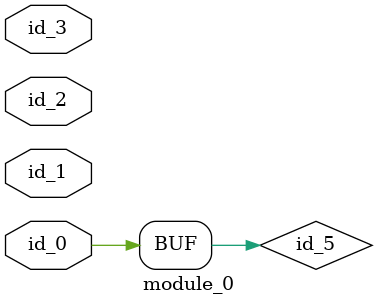
<source format=v>
module module_0 (
    inout id_0,
    input id_1,
    input id_2,
    input id_3
);
  type_6 id_4 (
      1,
      1
  );
  wor id_5 = id_0;
  assign id_0[1 : 1] = id_1;
endmodule

</source>
